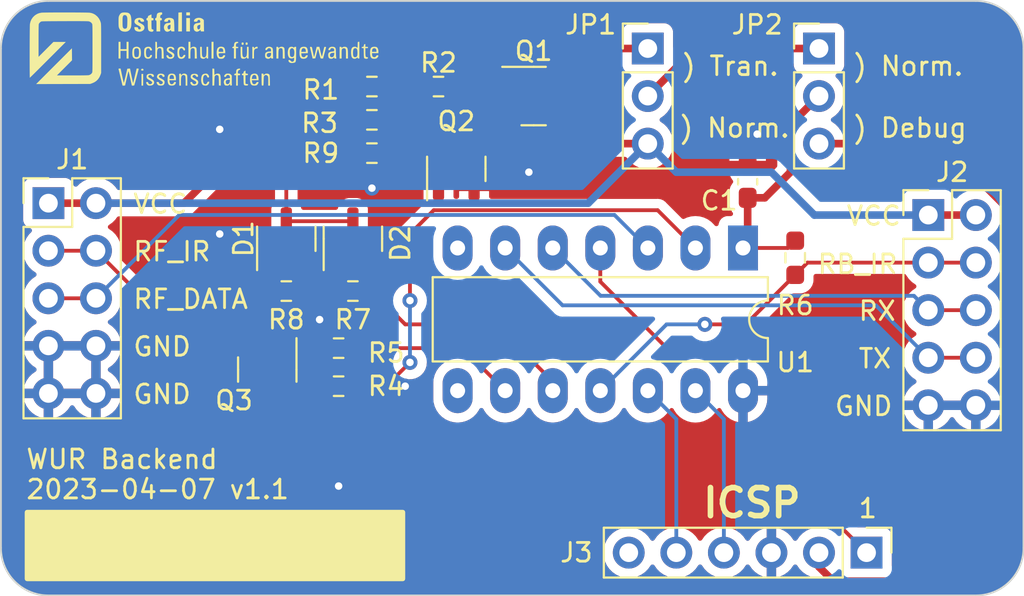
<source format=kicad_pcb>
(kicad_pcb (version 20221018) (generator pcbnew)
  (title_block (rev "v1.1"))
  (layers (0 "F.Cu" signal) (31 "B.Cu" signal) (34 "B.Paste" user) (35 "F.Paste" user) (36 "B.SilkS" user "B.Silkscreen") (37 "F.SilkS" user "F.Silkscreen") (38 "B.Mask" user) (39 "F.Mask" user) (44 "Edge.Cuts" user))
  (net 0 "")
  (net 1 "Net-(JP1-C)")
  (net 2 "GND")
  (net 3 "RF_IR")
  (net 4 "RF_IR_HOLD")
  (net 5 "VCC")
  (net 6 "RF_DATA")
  (net 7 "RB_IR{slash}CONF_EN")
  (net 8 "TX")
  (net 9 "RX")
  (net 10 "P_VPP_\\MCLR")
  (net 11 "P_VCC")
  (net 12 "P_ICSPDAT")
  (net 13 "P_ICSPCLK")
  (net 15 "Net-(JP1-A)")
  (net 16 "Net-(Q1-B)")
  (net 17 "Net-(Q2-B)")
  (net 18 "Net-(Q3-B)")
  (net 19 "Net-(Q3-C)")
  (net 20 "/RF_DISCHARGE")
  (net 21 "Net-(Q2-C)")
  (net 24 "Net-(#FLG04-pwr)")
  (net 25 "Net-(D1-Pad3)")
  (footprint "Package_TO_SOT_SMD:SOT-23" (layer "F.Cu") (at 94.996 63.5 90)
    (fp_text reference "D2" (at -0.254 2.54 270) (layer "F.SilkS"))
    (fp_text value "SMMBD701LT1G" hide)
    (pad "1" smd roundrect (at -0.9375 -0.95 90) (size 1.475 0.6) (layers "F.Cu" "F.Paste" "F.Mask") (net 4 "RF_IR_HOLD"))
    (pad "2" smd roundrect (at -0.9375 0.95 90) (size 1.475 0.6) (layers "F.Cu" "F.Paste" "F.Mask"))
    (pad "3" smd roundrect (at 0.9375 0 90) (size 1.475 0.6) (layers "F.Cu" "F.Paste" "F.Mask") (net 25 "Net-(D1-Pad3)"))
  )
  (footprint "Resistor_SMD:R_0603_1608Metric_Pad0.98x0.95mm_HandSolder" (layer "F.Cu") (at 96.012 57.15 180)
    (fp_text reference "R3" (at 2.794 -0.1755) (layer "F.SilkS"))
    (fp_text value "1 meg" hide)
    (pad "1" smd roundrect (at -0.9125 0 180) (size 0.975 0.95) (layers "F.Cu" "F.Paste" "F.Mask") (net 17 "Net-(Q2-B)"))
    (pad "2" smd roundrect (at 0.9125 0 180) (size 0.975 0.95) (layers "F.Cu" "F.Paste" "F.Mask") (net 25 "Net-(D1-Pad3)"))
  )
  (footprint "Package_TO_SOT_SMD:SOT-23" (layer "F.Cu") (at 90.424 70.485 -90)
    (fp_text reference "Q3" (at 1.651 1.778) (layer "F.SilkS"))
    (fp_text value "BC847" hide)
    (pad "1" smd roundrect (at -0.9375 -0.95 270) (size 1.475 0.6) (layers "F.Cu" "F.Paste" "F.Mask") (net 18 "Net-(Q3-B)"))
    (pad "2" smd roundrect (at -0.9375 0.95 270) (size 1.475 0.6) (layers "F.Cu" "F.Paste" "F.Mask") (net 2 "GND"))
    (pad "3" smd roundrect (at 0.9375 0 270) (size 1.475 0.6) (layers "F.Cu" "F.Paste" "F.Mask") (net 19 "Net-(Q3-C)"))
  )
  (footprint "Connector_PinHeader_2.54mm:PinHeader_1x03_P2.54mm_Vertical" (layer "F.Cu") (at 119.888 53.34)
    (fp_text reference "JP2" (at -3.302 -1.27 180) (layer "F.SilkS"))
    (fp_text value "Jumper_3_Open" hide)
    (pad "1" thru_hole rect (at 0 0) (size 1.7 1.7) (drill 1) (layers "*.Cu" "*.Mask") (net 1 "Net-(JP1-C)"))
    (pad "2" thru_hole oval (at 0 2.54) (size 1.7 1.7) (drill 1) (layers "*.Cu" "*.Mask") (net 24 "Net-(#FLG04-pwr)"))
    (pad "3" thru_hole oval (at 0 5.08) (size 1.7 1.7) (drill 1) (layers "*.Cu" "*.Mask") (net 11 "P_VCC"))
  )
  (footprint "Resistor_SMD:R_0603_1608Metric_Pad0.98x0.95mm_HandSolder" (layer "F.Cu") (at 118.618 64.516 -90)
    (fp_text reference "R6" (at 2.54 0) (layer "F.SilkS"))
    (fp_text value "100k" hide)
    (pad "1" smd roundrect (at -0.9125 0 270) (size 0.975 0.95) (layers "F.Cu" "F.Paste" "F.Mask") (net 24 "Net-(#FLG04-pwr)"))
    (pad "2" smd roundrect (at 0.9125 0 270) (size 0.975 0.95) (layers "F.Cu" "F.Paste" "F.Mask") (net 7 "RB_IR{slash}CONF_EN"))
  )
  (footprint "Connector_PinHeader_2.54mm:PinHeader_2x05_P2.54mm_Vertical" (layer "F.Cu") (at 125.725 62.235)
    (fp_text reference "J2" (at 1.275 -2.291) (layer "F.SilkS"))
    (fp_text value "Conn_02x05_Odd_Even" hide)
    (pad "1" thru_hole rect (at 0 0) (size 1.7 1.7) (drill 1) (layers "*.Cu" "*.Mask") (net 5 "VCC"))
    (pad "2" thru_hole oval (at 2.54 0) (size 1.7 1.7) (drill 1) (layers "*.Cu" "*.Mask") (net 5 "VCC"))
    (pad "3" thru_hole oval (at 0 2.54) (size 1.7 1.7) (drill 1) (layers "*.Cu" "*.Mask") (net 7 "RB_IR{slash}CONF_EN"))
    (pad "4" thru_hole oval (at 2.54 2.54) (size 1.7 1.7) (drill 1) (layers "*.Cu" "*.Mask") (net 7 "RB_IR{slash}CONF_EN"))
    (pad "5" thru_hole oval (at 0 5.08) (size 1.7 1.7) (drill 1) (layers "*.Cu" "*.Mask") (net 9 "RX"))
    (pad "6" thru_hole oval (at 2.54 5.08) (size 1.7 1.7) (drill 1) (layers "*.Cu" "*.Mask") (net 9 "RX"))
    (pad "7" thru_hole oval (at 0 7.62) (size 1.7 1.7) (drill 1) (layers "*.Cu" "*.Mask") (net 8 "TX"))
    (pad "8" thru_hole oval (at 2.54 7.62) (size 1.7 1.7) (drill 1) (layers "*.Cu" "*.Mask") (net 8 "TX"))
    (pad "9" thru_hole oval (at 0 10.16) (size 1.7 1.7) (drill 1) (layers "*.Cu" "*.Mask") (net 2 "GND"))
    (pad "10" thru_hole oval (at 2.54 10.16) (size 1.7 1.7) (drill 1) (layers "*.Cu" "*.Mask") (net 2 "GND"))
  )
  (footprint "Capacitor_SMD:C_0603_1608Metric_Pad1.08x0.95mm_HandSolder" (layer "F.Cu") (at 116.078 60.452 90)
    (fp_text reference "C1" (at -1.016 -1.524 180) (layer "F.SilkS"))
    (fp_text value "100 nF" hide)
    (pad "1" smd roundrect (at -0.8625 0 90) (size 1.075 0.95) (layers "F.Cu" "F.Paste" "F.Mask") (net 24 "Net-(#FLG04-pwr)"))
    (pad "2" smd roundrect (at 0.8625 0 90) (size 1.075 0.95) (layers "F.Cu" "F.Paste" "F.Mask") (net 2 "GND"))
  )
  (footprint "Resistor_SMD:R_0603_1608Metric_Pad0.98x0.95mm_HandSolder" (layer "F.Cu") (at 99.568 55.372 180)
    (fp_text reference "R2" (at 0 1.27) (layer "F.SilkS"))
    (fp_text value "330 k" hide)
    (pad "1" smd roundrect (at -0.9125 0 180) (size 0.975 0.95) (layers "F.Cu" "F.Paste" "F.Mask") (net 16 "Net-(Q1-B)"))
    (pad "2" smd roundrect (at 0.9125 0 180) (size 0.975 0.95) (layers "F.Cu" "F.Paste" "F.Mask") (net 21 "Net-(Q2-C)"))
  )
  (footprint "Connector_PinHeader_2.54mm:PinHeader_1x03_P2.54mm_Vertical" (layer "F.Cu") (at 110.744 53.34)
    (fp_text reference "JP1" (at -3.048 -1.27) (layer "F.SilkS"))
    (fp_text value "Jumper_3_Open" hide)
    (pad "1" thru_hole rect (at 0 0) (size 1.7 1.7) (drill 1) (layers "*.Cu" "*.Mask") (net 15 "Net-(JP1-A)"))
    (pad "2" thru_hole oval (at 0 2.54) (size 1.7 1.7) (drill 1) (layers "*.Cu" "*.Mask") (net 1 "Net-(JP1-C)"))
    (pad "3" thru_hole oval (at 0 5.08) (size 1.7 1.7) (drill 1) (layers "*.Cu" "*.Mask") (net 5 "VCC"))
  )
  (footprint "Resistor_SMD:R_0603_1608Metric_Pad0.98x0.95mm_HandSolder" (layer "F.Cu") (at 94.234 71.374)
    (fp_text reference "R4" (at 2.54 0) (layer "F.SilkS"))
    (fp_text value "100 Ohm" hide)
    (pad "1" smd roundrect (at -0.9125 0) (size 0.975 0.95) (layers "F.Cu" "F.Paste" "F.Mask") (net 19 "Net-(Q3-C)"))
    (pad "2" smd roundrect (at 0.9125 0) (size 0.975 0.95) (layers "F.Cu" "F.Paste" "F.Mask") (net 3 "RF_IR"))
  )
  (footprint "Package_DIP:DIP-14_W7.62mm_LongPads" (layer "F.Cu") (at 115.829 63.993 -90)
    (fp_text reference "U1" (at 6.111 -2.789 -180) (layer "F.SilkS"))
    (fp_text value "~")
    (pad "1" thru_hole rect (at 0 0 270) (size 2.4 1.6) (drill 0.8) (layers "*.Cu" "*.Mask") (net 24 "Net-(#FLG04-pwr)"))
    (pad "2" thru_hole oval (at 0 2.54 270) (size 2.4 1.6) (drill 0.8) (layers "*.Cu" "*.Mask") (net 3 "RF_IR"))
    (pad "3" thru_hole oval (at 0 5.08 270) (size 2.4 1.6) (drill 0.8) (layers "*.Cu" "*.Mask") (net 6 "RF_DATA"))
    (pad "4" thru_hole oval (at 0 7.62 270) (size 2.4 1.6) (drill 0.8) (layers "*.Cu" "*.Mask") (net 10 "P_VPP_\\MCLR"))
    (pad "5" thru_hole oval (at 0 10.16 270) (size 2.4 1.6) (drill 0.8) (layers "*.Cu" "*.Mask") (net 9 "RX"))
    (pad "6" thru_hole oval (at 0 12.7 270) (size 2.4 1.6) (drill 0.8) (layers "*.Cu" "*.Mask") (net 8 "TX"))
    (pad "7" thru_hole oval (at 0 15.24 270) (size 2.4 1.6) (drill 0.8) (layers "*.Cu" "*.Mask"))
    (pad "8" thru_hole oval (at 7.62 15.24 270) (size 2.4 1.6) (drill 0.8) (layers "*.Cu" "*.Mask"))
    (pad "9" thru_hole oval (at 7.62 12.7 270) (size 2.4 1.6) (drill 0.8) (layers "*.Cu" "*.Mask") (net 20 "/RF_DISCHARGE"))
    (pad "10" thru_hole oval (at 7.62 10.16 270) (size 2.4 1.6) (drill 0.8) (layers "*.Cu" "*.Mask") (net 4 "RF_IR_HOLD"))
    (pad "11" thru_hole oval (at 7.62 7.62 270) (size 2.4 1.6) (drill 0.8) (layers "*.Cu" "*.Mask") (net 7 "RB_IR{slash}CONF_EN"))
    (pad "12" thru_hole oval (at 7.62 5.08 270) (size 2.4 1.6) (drill 0.8) (layers "*.Cu" "*.Mask") (net 13 "P_ICSPCLK"))
    (pad "13" thru_hole oval (at 7.62 2.54 270) (size 2.4 1.6) (drill 0.8) (layers "*.Cu" "*.Mask") (net 12 "P_ICSPDAT"))
    (pad "14" thru_hole oval (at 7.62 0 270) (size 2.4 1.6) (drill 0.8) (layers "*.Cu" "*.Mask") (net 2 "GND"))
  )
  (footprint "Package_TO_SOT_SMD:SOT-23" (layer "F.Cu") (at 100.518 59.7685 90)
    (fp_text reference "Q2" (at 2.54 0 180) (layer "F.SilkS"))
    (fp_text value "BC847" hide)
    (pad "1" smd roundrect (at -0.9375 -0.95 90) (size 1.475 0.6) (layers "F.Cu" "F.Paste" "F.Mask") (net 17 "Net-(Q2-B)"))
    (pad "2" smd roundrect (at -0.9375 0.95 90) (size 1.475 0.6) (layers "F.Cu" "F.Paste" "F.Mask") (net 2 "GND"))
    (pad "3" smd roundrect (at 0.9375 0 90) (size 1.475 0.6) (layers "F.Cu" "F.Paste" "F.Mask") (net 21 "Net-(Q2-C)"))
  )
  (footprint "Resistor_SMD:R_0603_1608Metric_Pad0.98x0.95mm_HandSolder" (layer "F.Cu") (at 96.012 55.372)
    (fp_text reference "R1" (at -2.728 0.1755) (layer "F.SilkS"))
    (fp_text value "100 meg" hide)
    (pad "1" smd roundrect (at -0.9125 0) (size 0.975 0.95) (layers "F.Cu" "F.Paste" "F.Mask") (net 5 "VCC"))
    (pad "2" smd roundrect (at 0.9125 0) (size 0.975 0.95) (layers "F.Cu" "F.Paste" "F.Mask") (net 21 "Net-(Q2-C)"))
  )
  (footprint "graphics:ostfalia_icon_4_mm" (layer "F.Cu") (at 79.658974 53.34)
    (fp_text reference "G***" hide)
    (fp_text value "LOGO" hide)
  )
  (footprint "Connector_PinHeader_2.54mm:PinHeader_1x06_P2.54mm_Vertical" (layer "F.Cu") (at 122.428 80.264 -90)
    (fp_text reference "J3" (at 0 15.494) (layer "F.SilkS"))
    (fp_text value "Conn_01x06" hide)
    (pad "1" thru_hole rect (at 0 0 270) (size 1.7 1.7) (drill 1) (layers "*.Cu" "*.Mask") (net 10 "P_VPP_\\MCLR"))
    (pad "2" thru_hole oval (at 0 2.54 270) (size 1.7 1.7) (drill 1) (layers "*.Cu" "*.Mask") (net 11 "P_VCC"))
    (pad "3" thru_hole oval (at 0 5.08 270) (size 1.7 1.7) (drill 1) (layers "*.Cu" "*.Mask") (net 2 "GND"))
    (pad "4" thru_hole oval (at 0 7.62 270) (size 1.7 1.7) (drill 1) (layers "*.Cu" "*.Mask") (net 12 "P_ICSPDAT"))
    (pad "5" thru_hole oval (at 0 10.16 270) (size 1.7 1.7) (drill 1) (layers "*.Cu" "*.Mask") (net 13 "P_ICSPCLK"))
    (pad "6" thru_hole oval (at 0 12.7 270) (size 1.7 1.7) (drill 1) (layers "*.Cu" "*.Mask"))
  )
  (footprint "Resistor_SMD:R_0603_1608Metric_Pad0.98x0.95mm_HandSolder" (layer "F.Cu") (at 94.996 66.294 180)
    (fp_text reference "R7" (at 0 -1.524) (layer "F.SilkS"))
    (fp_text value "10 meg" hide)
    (pad "1" smd roundrect (at -0.9125 0 180) (size 0.975 0.95) (layers "F.Cu" "F.Paste" "F.Mask") (net 4 "RF_IR_HOLD"))
    (pad "2" smd roundrect (at 0.9125 0 180) (size 0.975 0.95) (layers "F.Cu" "F.Paste" "F.Mask") (net 2 "GND"))
  )
  (footprint "Resistor_SMD:R_0603_1608Metric_Pad0.98x0.95mm_HandSolder" (layer "F.Cu") (at 96.012 58.928)
    (fp_text reference "R9" (at -2.728 0) (layer "F.SilkS"))
    (fp_text value "1 meg" hide)
    (pad "1" smd roundrect (at -0.9125 0) (size 0.975 0.95) (layers "F.Cu" "F.Paste" "F.Mask") (net 2 "GND"))
    (pad "2" smd roundrect (at 0.9125 0) (size 0.975 0.95) (layers "F.Cu" "F.Paste" "F.Mask") (net 17 "Net-(Q2-B)"))
  )
  (footprint "Package_TO_SOT_SMD:SOT-23" (layer "F.Cu") (at 91.44 63.5 90)
    (fp_text reference "D1" (at 0 -2.286 90) (layer "F.SilkS"))
    (fp_text value "SMMBD701LT1G" hide)
    (pad "1" smd roundrect (at -0.9375 -0.95 90) (size 1.475 0.6) (layers "F.Cu" "F.Paste" "F.Mask") (net 3 "RF_IR"))
    (pad "2" smd roundrect (at -0.9375 0.95 90) (size 1.475 0.6) (layers "F.Cu" "F.Paste" "F.Mask"))
    (pad "3" smd roundrect (at 0.9375 0 90) (size 1.475 0.6) (layers "F.Cu" "F.Paste" "F.Mask") (net 25 "Net-(D1-Pad3)"))
  )
  (footprint "Resistor_SMD:R_0603_1608Metric_Pad0.98x0.95mm_HandSolder" (layer "F.Cu") (at 91.44 66.294 180)
    (fp_text reference "R8" (at 0 -1.524 180) (layer "F.SilkS"))
    (fp_text value "10 meg" hide)
    (pad "1" smd roundrect (at -0.9125 0 180) (size 0.975 0.95) (layers "F.Cu" "F.Paste" "F.Mask") (net 2 "GND"))
    (pad "2" smd roundrect (at 0.9125 0 180) (size 0.975 0.95) (layers "F.Cu" "F.Paste" "F.Mask") (net 3 "RF_IR"))
  )
  (footprint "Resistor_SMD:R_0603_1608Metric_Pad0.98x0.95mm_HandSolder" (layer "F.Cu") (at 94.234 69.342 180)
    (fp_text reference "R5" (at -2.54 -0.254) (layer "F.SilkS"))
    (fp_text value "2.2 kOhm" hide)
    (pad "1" smd roundrect (at -0.9125 0 180) (size 0.975 0.95) (layers "F.Cu" "F.Paste" "F.Mask") (net 20 "/RF_DISCHARGE"))
    (pad "2" smd roundrect (at 0.9125 0 180) (size 0.975 0.95) (layers "F.Cu" "F.Paste" "F.Mask") (net 18 "Net-(Q3-B)"))
  )
  (footprint "graphics:ostfalia_slogan_4_mm" (layer "F.Cu") (at 80.166974 53.34)
    (fp_text reference "G***" hide)
    (fp_text value "LOGO" hide)
  )
  (footprint "Package_TO_SOT_SMD:SOT-23" (layer "F.Cu") (at 104.648 55.88)
    (fp_text reference "Q1" (at 0 -2.4) (layer "F.SilkS"))
    (fp_text value "BC857" hide)
    (pad "1" smd roundrect (at -0.9375 -0.95) (size 1.475 0.6) (layers "F.Cu" "F.Paste" "F.Mask") (net 16 "Net-(Q1-B)"))
    (pad "2" smd roundrect (at -0.9375 0.95) (size 1.475 0.6) (layers "F.Cu" "F.Paste" "F.Mask") (net 5 "VCC"))
    (pad "3" smd roundrect (at 0.9375 0) (size 1.475 0.6) (layers "F.Cu" "F.Paste" "F.Mask") (net 15 "Net-(JP1-A)"))
  )
  (footprint "Connector_PinHeader_2.54mm:PinHeader_2x05_P2.54mm_Vertical" (layer "F.Cu") (at 78.735 61.6)
    (fp_text reference "J1" (at 1.27 -2.33) (layer "F.SilkS"))
    (fp_text value "Conn_02x05_Odd_Even" hide)
    (pad "1" thru_hole rect (at 0 0) (size 1.7 1.7) (drill 1) (layers "*.Cu" "*.Mask") (net 5 "VCC"))
    (pad "2" thru_hole oval (at 2.54 0) (size 1.7 1.7) (drill 1) (layers "*.Cu" "*.Mask") (net 5 "VCC"))
    (pad "3" thru_hole oval (at 0 2.54) (size 1.7 1.7) (drill 1) (layers "*.Cu" "*.Mask") (net 3 "RF_IR"))
    (pad "4" thru_hole oval (at 2.54 2.54) (size 1.7 1.7) (drill 1) (layers "*.Cu" "*.Mask") (net 3 "RF_IR"))
    (pad "5" thru_hole oval (at 0 5.08) (size 1.7 1.7) (drill 1) (layers "*.Cu" "*.Mask") (net 6 "RF_DATA"))
    (pad "6" thru_hole oval (at 2.54 5.08) (size 1.7 1.7) (drill 1) (layers "*.Cu" "*.Mask") (net 6 "RF_DATA"))
    (pad "7" thru_hole oval (at 0 7.62) (size 1.7 1.7) (drill 1) (layers "*.Cu" "*.Mask") (net 2 "GND"))
    (pad "8" thru_hole oval (at 2.54 7.62) (size 1.7 1.7) (drill 1) (layers "*.Cu" "*.Mask") (net 2 "GND"))
    (pad "9" thru_hole oval (at 0 10.16) (size 1.7 1.7) (drill 1) (layers "*.Cu" "*.Mask") (net 2 "GND"))
    (pad "10" thru_hole oval (at 2.54 10.16) (size 1.7 1.7) (drill 1) (layers "*.Cu" "*.Mask") (net 2 "GND"))
  )
  (gr_arc (start 130.81 80.01) (mid 130.066051 81.806051) (end 128.27 82.55) (stroke (width 0.1)) (layer "Edge.Cuts"))
  (gr_line (start 78.74 50.8) (end 128.27 50.8) (stroke (width 0.1)) (layer "Edge.Cuts"))
  (gr_line (start 130.81 53.34) (end 130.81 80.01) (stroke (width 0.1)) (layer "Edge.Cuts"))
  (gr_arc (start 78.74 82.55) (mid 76.943949 81.806051) (end 76.2 80.01) (stroke (width 0.1)) (layer "Edge.Cuts"))
  (gr_line (start 128.27 82.55) (end 78.74 82.55) (stroke (width 0.1)) (layer "Edge.Cuts"))
  (gr_line (start 76.2 80.01) (end 76.2 53.34) (stroke (width 0.1)) (layer "Edge.Cuts"))
  (gr_arc (start 128.27 50.8) (mid 130.066051 51.543949) (end 130.81 53.34) (stroke (width 0.1)) (layer "Edge.Cuts"))
  (gr_arc (start 76.2 53.34) (mid 76.943949 51.543949) (end 78.74 50.8) (stroke (width 0.1)) (layer "Edge.Cuts"))
  (gr_text ") Tran." (at 112.522 54.864) (layer "F.SilkS") (effects (font (size 1 1)) (justify left bottom)))
  (gr_text "VCC" (at 121.285 62.865) (layer "F.SilkS") (effects (font (size 1 1)) (justify left bottom)))
  (gr_text "GND" (at 83.185 69.85) (layer "F.SilkS") (effects (font (size 1 1)) (justify left bottom)))
  (gr_text "VCC" (at 83.185 62.23) (layer "F.SilkS") (effects (font (size 1 1)) (justify left bottom)))
  (gr_text "RB_IR" (at 119.731927 65.445369) (layer "F.SilkS") (effects (font (size 1 1)) (justify left bottom)))
  (gr_text "TX" (at 121.92 70.485) (layer "F.SilkS") (effects (font (size 1 1)) (justify left bottom)))
  (gr_text "1" (at 121.92 78.486) (layer "F.SilkS") (effects (font (size 1 1)) (justify left bottom)))
  (gr_text ") Norm." (at 121.666 54.864) (layer "F.SilkS") (effects (font (size 1 1)) (justify left bottom)))
  (gr_text ") Norm." (at 112.395 58.166) (layer "F.SilkS") (effects (font (size 1 1)) (justify left bottom)))
  (gr_text "RX" (at 121.92 67.945) (layer "F.SilkS") (effects (font (size 1 1)) (justify left bottom)))
  (gr_text "RF_IR" (at 83.185 64.77) (layer "F.SilkS") (effects (font (size 1 1)) (justify left bottom)))
  (gr_text "ICSP" (at 113.538 78.486) (layer "F.SilkS") (effects (font (size 1.5 1.5) (thickness 0.3) bold) (justify left bottom)))
  (gr_text "GND" (at 83.185 72.39) (layer "F.SilkS") (effects (font (size 1 1)) (justify left bottom)))
  (gr_text ") Debug" (at 121.666 58.166) (layer "F.SilkS") (effects (font (size 1 1)) (justify left bottom)))
  (gr_text "GND" (at 120.65 73.025) (layer "F.SilkS") (effects (font (size 1 1)) (justify left bottom)))
  (gr_text "RF_DATA" (at 83.185 67.31) (layer "F.SilkS") (effects (font (size 1 1)) (justify left bottom)))
  (gr_text "WUR Backend\n2023-04-07 v1.1" (at 77.47 77.47) (layer "F.SilkS") (effects (font (size 1 1)) (justify left bottom)))
  (segment (start 110.744 55.88) (end 113.284 53.34) (width 0.4064) (layer "F.Cu") (net 1))
  (segment (start 113.284 53.34) (end 119.888 53.34) (width 0.4064) (layer "F.Cu") (net 1))
  (via (at 96.012 60.7973) (size 0.8) (drill 0.4) (layers "F.Cu" "B.Cu") (net 2))
  (via (at 87.884 63.246) (size 0.8) (drill 0.4) (layers "F.Cu" "B.Cu") (net 2))
  (via (at 116.586 57.912) (size 0.8) (drill 0.4) (layers "F.Cu" "B.Cu") (net 2))
  (via (at 104.394 59.944) (size 0.8) (drill 0.4) (layers "F.Cu" "B.Cu") (net 2))
  (via (at 87.884 57.658) (size 0.8) (drill 0.4) (layers "F.Cu" "B.Cu") (net 2))
  (via (at 94.234 76.708) (size 0.8) (drill 0.4) (layers "F.Cu" "B.Cu") (net 2))
  (via (at 97.79 71.374) (size 0.8) (drill 0.4) (layers "F.Cu" "B.Cu") (net 2))
  (via (at 93.218 67.818) (size 0.8) (drill 0.4) (layers "F.Cu" "B.Cu") (net 2))
  (segment (start 95.1465 71.374) (end 93.1145 73.406) (width 0.2032) (layer "F.Cu") (net 3))
  (segment (start 87.376 72.644) (end 87.376 70.241) (width 0.2032) (layer "F.Cu") (net 3))
  (segment (start 96.774 71.374) (end 98.044 70.104) (width 0.2032) (layer "F.Cu") (net 3))
  (segment (start 78.735 64.14) (end 81.275 64.14) (width 0.2032) (layer "F.Cu") (net 3))
  (segment (start 86.731 68.717) (end 89.154 66.294) (width 0.2032) (layer "F.Cu") (net 3))
  (segment (start 88.138 73.406) (end 87.376 72.644) (width 0.2032) (layer "F.Cu") (net 3))
  (segment (start 111.272 61.976) (end 113.289 63.993) (width 0.2032) (layer "F.Cu") (net 3))
  (segment (start 95.1465 71.374) (end 96.774 71.374) (width 0.2032) (layer "F.Cu") (net 3))
  (segment (start 87.376 70.241) (end 85.852 68.717) (width 0.2032) (layer "F.Cu") (net 3))
  (segment (start 85.852 68.717) (end 81.275 64.14) (width 0.2032) (layer "F.Cu") (net 3))
  (segment (start 90.5275 66.294) (end 90.5275 64.475) (width 0.2032) (layer "F.Cu") (net 3))
  (segment (start 98.044 63.246) (end 99.314 61.976) (width 0.2032) (layer "F.Cu") (net 3))
  (segment (start 85.852 68.717) (end 86.731 68.717) (width 0.2032) (layer "F.Cu") (net 3))
  (segment (start 90.5275 64.475) (end 90.49 64.4375) (width 0.2032) (layer "F.Cu") (net 3))
  (segment (start 89.154 66.294) (end 90.5275 66.294) (width 0.2032) (layer "F.Cu") (net 3))
  (segment (start 99.314 61.976) (end 111.272 61.976) (width 0.2032) (layer "F.Cu") (net 3))
  (segment (start 98.044 66.802) (end 98.044 63.246) (width 0.2032) (layer "F.Cu") (net 3))
  (segment (start 93.1145 73.406) (end 88.138 73.406) (width 0.2032) (layer "F.Cu") (net 3))
  (via (at 98.044 70.104) (size 0.8) (drill 0.4) (layers "F.Cu" "B.Cu") (net 3))
  (via (at 98.044 66.802) (size 0.8) (drill 0.4) (layers "F.Cu" "B.Cu") (net 3))
  (segment (start 98.044 70.104) (end 98.044 66.802) (width 0.2032) (layer "B.Cu") (net 3))
  (segment (start 105.669 71.125) (end 102.616 68.072) (width 0.2032) (layer "F.Cu") (net 4))
  (segment (start 96.012 66.294) (end 95.9085 66.294) (width 0.2032) (layer "F.Cu") (net 4))
  (segment (start 95.9085 66.294) (end 95.9025 66.294) (width 0.2032) (layer "F.Cu") (net 4))
  (segment (start 105.669 71.613) (end 105.669 71.125) (width 0.2032) (layer "F.Cu") (net 4))
  (segment (start 97.79 68.072) (end 96.012 66.294) (width 0.2032) (layer "F.Cu") (net 4))
  (segment (start 97.79 68.072) (end 102.616 68.072) (width 0.2032) (layer "F.Cu") (net 4))
  (segment (start 95.9025 66.294) (end 94.046 64.4375) (width 0.2032) (layer "F.Cu") (net 4))
  (segment (start 81.275 61.6) (end 85.974 61.6) (width 0.4064) (layer "F.Cu") (net 5))
  (segment (start 92.202 55.372) (end 95.0995 55.372) (width 0.4064) (layer "F.Cu") (net 5))
  (segment (start 105.3005 58.42) (end 103.7105 56.83) (width 0.4064) (layer "F.Cu") (net 5))
  (segment (start 125.725 62.235) (end 128.265 62.235) (width 0.4064) (layer "F.Cu") (net 5))
  (segment (start 110.744 58.42) (end 105.3005 58.42) (width 0.4064) (layer "F.Cu") (net 5))
  (segment (start 85.974 61.6) (end 92.202 55.372) (width 0.4064) (layer "F.Cu") (net 5))
  (segment (start 78.735 61.6) (end 81.275 61.6) (width 0.4064) (layer "F.Cu") (net 5))
  (segment (start 107.564 61.6) (end 81.275 61.6) (width 0.4064) (layer "B.Cu") (net 5))
  (segment (start 125.725 62.235) (end 119.639 62.235) (width 0.4064) (layer "B.Cu") (net 5))
  (segment (start 112.268 59.944) (end 110.744 58.42) (width 0.4064) (layer "B.Cu") (net 5))
  (segment (start 110.744 58.42) (end 107.564 61.6) (width 0.4064) (layer "B.Cu") (net 5))
  (segment (start 117.348 59.944) (end 112.268 59.944) (width 0.4064) (layer "B.Cu") (net 5))
  (segment (start 119.639 62.235) (end 117.348 59.944) (width 0.4064) (layer "B.Cu") (net 5))
  (segment (start 78.735 66.68) (end 81.275 66.68) (width 0.2032) (layer "F.Cu") (net 6))
  (segment (start 85.725 62.23) (end 81.275 66.68) (width 0.2032) (layer "B.Cu") (net 6))
  (segment (start 108.966 62.23) (end 85.725 62.23) (width 0.2032) (layer "B.Cu") (net 6))
  (segment (start 110.729 63.993) (end 108.966 62.23) (width 0.2032) (layer "B.Cu") (net 6))
  (segment (start 110.749 63.993) (end 110.729 63.993) (width 0.2032) (layer "B.Cu") (net 6))
  (segment (start 115.9745 68.072) (end 113.792 68.072) (width 0.2032) (layer "F.Cu") (net 7))
  (segment (start 119.2715 64.775) (end 125.725 64.775) (width 0.2032) (layer "F.Cu") (net 7))
  (segment (start 118.618 65.4285) (end 115.9745 68.072) (width 0.2032) (layer "F.Cu") (net 7))
  (segment (start 128.265 64.775) (end 125.725 64.775) (width 0.2032) (layer "F.Cu") (net 7))
  (segment (start 118.618 65.4285) (end 119.2715 64.775) (width 0.2032) (layer "F.Cu") (net 7))
  (via (at 113.792 68.072) (size 0.8) (drill 0.4) (layers "F.Cu" "B.Cu") (net 7))
  (segment (start 111.75 68.072) (end 108.209 71.613) (width 0.2032) (layer "B.Cu") (net 7))
  (segment (start 113.792 68.072) (end 111.75 68.072) (width 0.2032) (layer "B.Cu") (net 7))
  (segment (start 128.265 69.855) (end 125.725 69.855) (width 0.2032) (layer "F.Cu") (net 8))
  (segment (start 125.725 69.855) (end 122.926 67.056) (width 0.2032) (layer "B.Cu") (net 8))
  (segment (start 122.926 67.056) (end 106.192 67.056) (width 0.2032) (layer "B.Cu") (net 8))
  (segment (start 106.192 67.056) (end 103.129 63.993) (width 0.2032) (layer "B.Cu") (net 8))
  (segment (start 128.265 67.315) (end 125.725 67.315) (width 0.2032) (layer "F.Cu") (net 9))
  (segment (start 108.224 66.548) (end 105.669 63.993) (width 0.2032) (layer "B.Cu") (net 9))
  (segment (start 125.725 67.315) (end 124.958 66.548) (width 0.2032) (layer "B.Cu") (net 9))
  (segment (start 124.958 66.548) (end 108.224 66.548) (width 0.2032) (layer "B.Cu") (net 9))
  (segment (start 122.428 80.264) (end 118.618 76.454) (width 0.2032) (layer "F.Cu") (net 10))
  (segment (start 118.618 76.454) (end 118.618 71.628) (width 0.2032) (layer "F.Cu") (net 10))
  (segment (start 116.332 69.342) (end 111.76 69.342) (width 0.2032) (layer "F.Cu") (net 10))
  (segment (start 108.209 65.791) (end 108.209 63.993) (width 0.2032) (layer "F.Cu") (net 10))
  (segment (start 118.618 71.628) (end 116.332 69.342) (width 0.2032) (layer "F.Cu") (net 10))
  (segment (start 111.76 69.342) (end 108.209 65.791) (width 0.2032) (layer "F.Cu") (net 10))
  (segment (start 119.888 81.026) (end 120.65 81.788) (width 0.4064) (layer "F.Cu") (net 11))
  (segment (start 130.048 61.976) (end 126.492 58.42) (width 0.4064) (layer "F.Cu") (net 11))
  (segment (start 119.888 80.264) (end 119.888 81.026) (width 0.4064) (layer "F.Cu") (net 11))
  (segment (start 120.65 81.788) (end 125.476 81.788) (width 0.4064) (layer "F.Cu") (net 11))
  (segment (start 126.492 58.42) (end 119.888 58.42) (width 0.4064) (layer "F.Cu") (net 11))
  (segment (start 130.048 77.216) (end 130.048 61.976) (width 0.4064) (layer "F.Cu") (net 11))
  (segment (start 125.476 81.788) (end 130.048 77.216) (width 0.4064) (layer "F.Cu") (net 11))
  (segment (start 114.808 80.264) (end 114.808 73.132) (width 0.2032) (layer "B.Cu") (net 12))
  (segment (start 114.808 73.132) (end 113.289 71.613) (width 0.2032) (layer "B.Cu") (net 12))
  (segment (start 112.268 73.132) (end 110.749 71.613) (width 0.2032) (layer "B.Cu") (net 13))
  (segment (start 112.268 80.264) (end 112.268 73.132) (width 0.2032) (layer "B.Cu") (net 13))
  (segment (start 105.5855 55.88) (end 108.1255 53.34) (width 0.4064) (layer "F.Cu") (net 15))
  (segment (start 108.1255 53.34) (end 110.744 53.34) (width 0.4064) (layer "F.Cu") (net 15))
  (segment (start 103.2685 55.372) (end 103.7105 54.93) (width 0.2032) (layer "F.Cu") (net 16))
  (segment (start 100.4805 55.372) (end 103.2685 55.372) (width 0.2032) (layer "F.Cu") (net 16))
  (segment (start 97.79 58.928) (end 96.9245 58.928) (width 0.2032) (layer "F.Cu") (net 17))
  (segment (start 99.568 60.706) (end 97.79 58.928) (width 0.2032) (layer "F.Cu") (net 17))
  (segment (start 96.9245 58.928) (end 96.9245 57.15) (width 0.2032) (layer "F.Cu") (net 17))
  (segment (start 91.374 69.5475) (end 93.116 69.5475) (width 0.2032) (layer "F.Cu") (net 18))
  (segment (start 93.116 69.5475) (end 93.3215 69.342) (width 0.2032) (layer "F.Cu") (net 18))
  (segment (start 90.424 71.4225) (end 93.273 71.4225) (width 0.2032) (layer "F.Cu") (net 19))
  (segment (start 93.273 71.4225) (end 93.3215 71.374) (width 0.2032) (layer "F.Cu") (net 19))
  (segment (start 100.858 69.342) (end 103.129 71.613) (width 0.2032) (layer "F.Cu") (net 20))
  (segment (start 95.1465 69.342) (end 100.858 69.342) (width 0.2032) (layer "F.Cu") (net 20))
  (segment (start 100.518 57.2345) (end 98.6555 55.372) (width 0.2032) (layer "F.Cu") (net 21))
  (segment (start 98.6555 55.372) (end 96.9245 55.372) (width 0.2032) (layer "F.Cu") (net 21))
  (segment (start 100.518 58.831) (end 100.518 57.2345) (width 0.2032) (layer "F.Cu") (net 21))
  (segment (start 118.2285 63.993) (end 118.618 63.6035) (width 0.2032) (layer "F.Cu") (net 24))
  (segment (start 116.9935 61.3145) (end 116.078 61.3145) (width 0.4064) (layer "F.Cu") (net 24))
  (segment (start 118.364 57.404) (end 118.364 59.944) (width 0.4064) (layer "F.Cu") (net 24))
  (segment (start 115.829 63.993) (end 118.2285 63.993) (width 0.2032) (layer "F.Cu") (net 24))
  (segment (start 116.078 61.3145) (end 116.078 63.744) (width 0.4064) (layer "F.Cu") (net 24))
  (segment (start 116.078 63.744) (end 115.829 63.993) (width 0.4064) (layer "F.Cu") (net 24))
  (segment (start 119.888 55.88) (end 118.364 57.404) (width 0.4064) (layer "F.Cu") (net 24))
  (segment (start 118.364 59.944) (end 116.9935 61.3145) (width 0.4064) (layer "F.Cu") (net 24))
  (segment (start 116.1785 63.6435) (end 115.829 63.993) (width 0.4064) (layer "F.Cu") (net 24))
  (segment (start 91.44 62.5625) (end 91.44 60.198) (width 0.2032) (layer "F.Cu") (net 25))
  (segment (start 91.44 60.198) (end 94.488 57.15) (width 0.2032) (layer "F.Cu") (net 25))
  (segment (start 94.488 57.15) (end 95.0995 57.15) (width 0.2032) (layer "F.Cu") (net 25))
  (segment (start 94.996 62.5625) (end 91.44 62.5625) (width 0.2032) (layer "F.Cu") (net 25))
  (zone (net 2) (net_name "GND") (layer "F.Cu") (connect_pads (clearance 0.5)) (min_thickness 0.25) (fill yes (thermal_gap 0.5) (thermal_bridge_width 0.5))
    (polygon (pts (xy 76.2 50.8) (xy 130.81 50.8) (xy 130.81 82.55) (xy 76.2 82.55)))
  )
  (zone (net 2) (net_name "GND") (layer "B.Cu") (priority 1) (connect_pads (clearance 0.5)) (min_thickness 0.25) (fill yes (thermal_gap 0.5) (thermal_bridge_width 0.5))
    (polygon (pts (xy 76.2 50.8) (xy 130.81 50.8) (xy 130.81 82.55) (xy 76.2 82.55)))
  )
  (zone (net 0) (net_name "") (layers "F.SilkS" "F.CrtYd") (connect_pads (clearance 0.003175)) (min_thickness 0.25) (fill yes (thermal_gap 0.5) (thermal_bridge_width 0.5) (island_removal_mode 2) (island_area_min 3.580657))
    (polygon (pts (xy 77.47 77.978) (xy 97.79 77.978) (xy 97.79 81.788) (xy 77.47 81.788)))
  )
)
</source>
